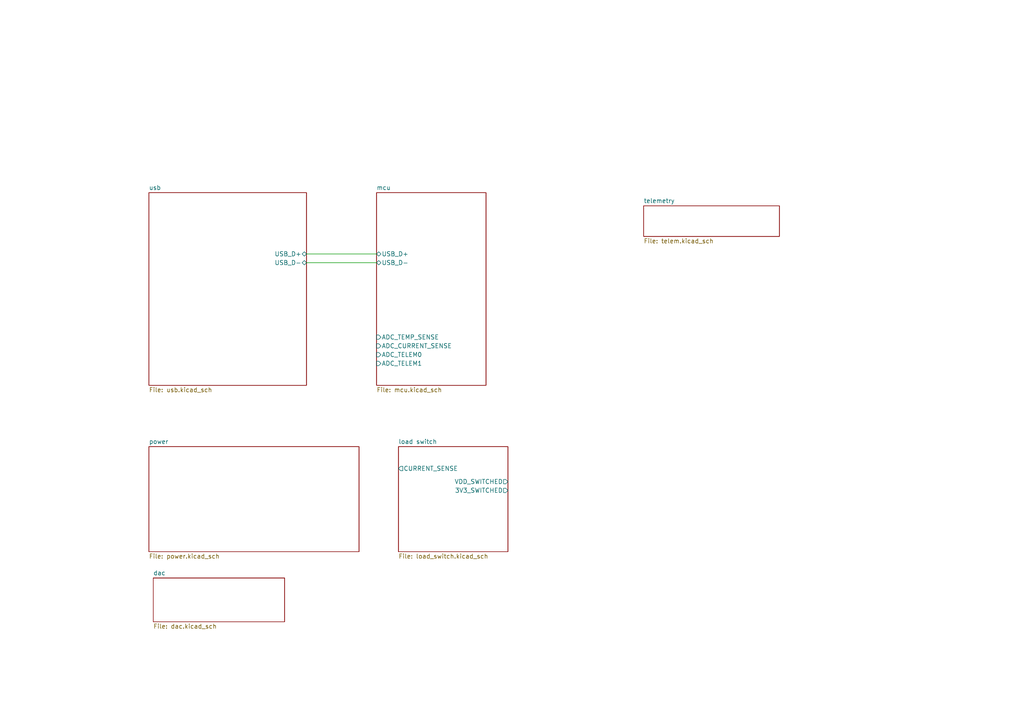
<source format=kicad_sch>
(kicad_sch (version 20230121) (generator eeschema)
  (paper "A4")
  (lib_symbols)
  (wire (pts (xy 88.9 73.66) (xy 109.22 73.66)))
  (wire (pts (xy 88.9 76.2) (xy 109.22 76.2)))
  (sheet (at 43.18 129.54) (size 60.96 30.48) (stroke (width 0.1524))
    (property "Sheetname" "power" (at 43.18 128.8284 0) (effects (justify left bottom)))
    (property "Sheetfile" "power.kicad_sch" (at 43.18 160.6046 0) (effects (justify left top)))
  )
  (sheet (at 43.18 55.88) (size 45.72 55.88) (stroke (width 0.1524))
    (property "Sheetname" "usb" (at 43.18 55.1684 0) (effects (justify left bottom)))
    (property "Sheetfile" "usb.kicad_sch" (at 43.18 112.3446 0) (effects (justify left top)))
    (pin "USB_D+" bidirectional (at 88.9 73.66 0))
    (pin "USB_D-" bidirectional (at 88.9 76.2 0))
  )
  (sheet (at 109.22 55.88) (size 31.75 55.88) (stroke (width 0.1524))
    (property "Sheetname" "mcu" (at 109.22 55.1684 0) (effects (justify left bottom)))
    (property "Sheetfile" "mcu.kicad_sch" (at 109.22 112.3446 0) (effects (justify left top)))
    (pin "USB_D+" bidirectional (at 109.22 73.66 180))
    (pin "USB_D-" bidirectional (at 109.22 76.2 180))
    (pin "ADC_TELEM1" input (at 109.22 105.41 180))
    (pin "ADC_TEMP_SENSE" input (at 109.22 97.79 180))
    (pin "ADC_CURRENT_SENSE" input (at 109.22 100.33 180))
    (pin "ADC_TELEM0" input (at 109.22 102.87 180))
  )
  (sheet (at 44.45 167.64) (size 38.1 12.7) (stroke (width 0.1524))
    (property "Sheetname" "dac" (at 44.45 166.9284 0) (effects (justify left bottom)))
    (property "Sheetfile" "dac.kicad_sch" (at 44.45 180.9246 0) (effects (justify left top)))
  )
  (sheet (at 186.69 59.69) (size 39.37 8.89) (stroke (width 0.1524))
    (property "Sheetname" "telemetry" (at 186.69 58.9784 0) (effects (justify left bottom)))
    (property "Sheetfile" "telem.kicad_sch" (at 186.69 69.1646 0) (effects (justify left top)))
  )
  (sheet (at 115.57 129.54) (size 31.75 30.48) (stroke (width 0.1524))
    (property "Sheetname" "load switch" (at 115.57 128.8284 0) (effects (justify left bottom)))
    (property "Sheetfile" "load_switch.kicad_sch" (at 115.57 160.6046 0) (effects (justify left top)))
    (pin "VDD_SWITCHED" output (at 147.32 139.7 0))
    (pin "CURRENT_SENSE" output (at 115.57 135.89 180))
    (pin "3V3_SWITCHED" output (at 147.32 142.24 0))
  )
)
</source>
